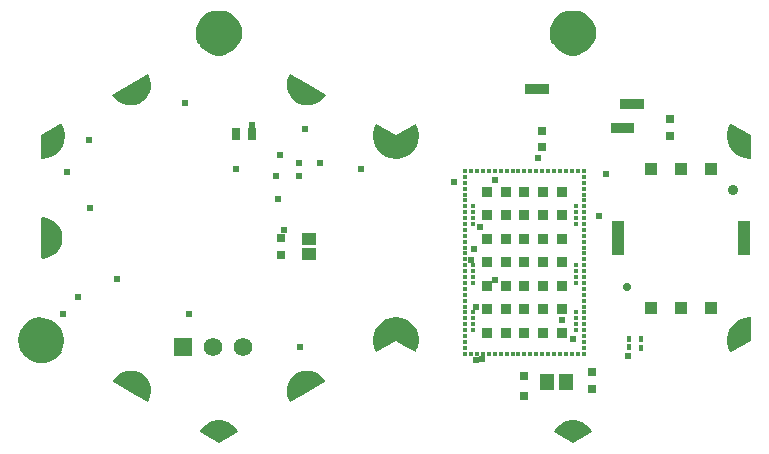
<source format=gbr>
%FSTAX23Y23*%
%MOIN*%
%SFA1B1*%

%IPPOS*%
%AMD57*
4,1,8,-0.023700,0.000000,-0.023700,0.000000,0.000000,-0.023700,0.000000,-0.023700,0.023700,0.000000,0.023700,0.000000,0.000000,0.023700,0.000000,0.023700,-0.023700,0.000000,0.0*
1,1,0.047370,0.000000,0.000000*
1,1,0.047370,0.000000,0.000000*
1,1,0.047370,0.000000,0.000000*
1,1,0.047370,0.000000,0.000000*
%
%AMD60*
4,1,8,-0.011800,0.020500,-0.011800,0.020500,-0.020500,-0.011800,-0.020500,-0.011800,0.011900,-0.020500,0.011900,-0.020500,0.020500,0.011800,0.020500,0.011800,-0.011800,0.020500,0.0*
1,1,0.047370,0.000000,0.000000*
1,1,0.047370,0.000000,0.000000*
1,1,0.047370,0.000000,0.000000*
1,1,0.047370,0.000000,0.000000*
%
%AMD61*
4,1,8,-0.011800,-0.020500,-0.011800,-0.020500,0.020500,-0.011800,0.020500,-0.011800,0.011800,0.020500,0.011800,0.020500,-0.020500,0.011800,-0.020500,0.011800,-0.011800,-0.020500,0.0*
1,1,0.047370,0.000000,0.000000*
1,1,0.047370,0.000000,0.000000*
1,1,0.047370,0.000000,0.000000*
1,1,0.047370,0.000000,0.000000*
%
%ADD10R,0.011811X0.021874*%
%ADD11R,0.012000X0.012000*%
%ADD12R,0.032000X0.032000*%
%ADD13R,0.012000X0.012000*%
%ADD14R,0.031496X0.025811*%
%ADD15R,0.049395X0.057331*%
%ADD16R,0.027559X0.027559*%
%ADD17R,0.039000X0.043000*%
%ADD20R,0.027559X0.025591*%
%ADD27R,0.039000X0.118000*%
%ADD30R,0.031496X0.031496*%
%ADD32C,0.035000*%
%ADD33C,0.028000*%
%ADD34C,0.061811*%
%ADD35R,0.061811X0.061811*%
%ADD56R,0.029134X0.038976*%
G04~CAMADD=57~8~0.0~0.0~473.7~473.7~236.9~0.0~15~0.0~0.0~0.0~0.0~0~0.0~0.0~0.0~0.0~0~0.0~0.0~0.0~90.0~474.0~473.0*
%ADD57D57*%
%ADD58R,0.045401X0.039496*%
%ADD59R,0.038709X0.037134*%
G04~CAMADD=60~8~0.0~0.0~473.7~473.7~236.9~0.0~15~0.0~0.0~0.0~0.0~0~0.0~0.0~0.0~0.0~0~0.0~0.0~0.0~30.0~474.0~473.0*
%ADD60D60*%
G04~CAMADD=61~8~0.0~0.0~473.7~473.7~236.9~0.0~15~0.0~0.0~0.0~0.0~0~0.0~0.0~0.0~0.0~0~0.0~0.0~0.0~150.0~474.0~473.0*
%ADD61D61*%
%ADD62C,0.023748*%
G36*
X00604Y00755D02*
X00619Y00749D01*
X00632Y00739*
X00643Y00728*
X00651Y00714*
X00656Y00699*
X00658Y00683*
X00657Y00667*
X00652Y00652*
X00648Y00645*
X00581Y00684*
X00645Y00647*
X00642Y00641*
X00633Y00631*
X00624Y00622*
X00612Y00615*
X006Y00611*
X00587Y00608*
X00574*
X00561Y00611*
X00549Y00615*
X00538Y00622*
X00528Y00631*
X0052Y00641*
X00516Y00647*
X00513Y00645*
X00509Y00652*
X00505Y00667*
X00503Y00683*
X00505Y00699*
X0051Y00714*
X00519Y00728*
X00529Y00739*
X00542Y00749*
X00557Y00755*
X00573Y00758*
X00589*
X00604Y00755*
G37*
G36*
X-00576D02*
X-00561Y00749D01*
X-00548Y00739*
X-00537Y00728*
X-00529Y00714*
X-00524Y00699*
X-00522Y00683*
X-00523Y00667*
X-00528Y00652*
X-00532Y00645*
X-006Y00684*
X-00535Y00647*
X-00538Y00641*
X-00547Y00631*
X-00556Y00622*
X-00568Y00615*
X-0058Y00611*
X-00593Y00608*
X-00606*
X-00619Y00611*
X-00631Y00615*
X-00643Y00622*
X-00652Y00631*
X-00661Y00641*
X-00664Y00647*
X-00667Y00645*
X-00671Y00652*
X-00676Y00667*
X-00677Y00683*
X-00675Y00699*
X-0067Y00714*
X-00662Y00728*
X-00651Y00739*
X-00638Y00749*
X-00623Y00755*
X-00607Y00758*
X-00592*
X-00576Y00755*
G37*
G36*
X-00363Y00547D02*
X-00363Y00547D01*
X-00303Y00513*
X-00244Y00478*
X-00244Y00478*
X-00244Y00478*
X-00247Y00472*
X-00256Y00462*
X-00267Y00453*
X-00279Y00447*
X-00292Y00443*
X-00306Y00442*
X-0032Y00443*
X-00333Y00448*
X-00339Y00451*
X-00345Y00455*
X-00355Y00464*
X-00363Y00475*
X-00369Y00487*
X-00373Y00501*
X-00374Y00515*
X-00371Y00528*
X-00367Y00541*
X-00363Y00547*
X-00363Y00547*
G37*
G36*
X-00833Y00541D02*
X-00828Y00528D01*
X-00826Y00515*
X-00826Y00501*
X-0083Y00487*
X-00836Y00475*
X-00844Y00464*
X-00854Y00455*
X-00866Y00448*
X-00879Y00443*
X-00893Y00442*
X-00907Y00443*
X-0092Y00447*
X-00932Y00453*
X-00943Y00462*
X-00952Y00472*
X-00955Y00478*
X-00955*
X-00836Y00547*
X-00833Y00541*
G37*
G36*
X-01124Y00381D02*
D01*
X-01124*
X-01124*
G37*
G36*
X-01121Y00375D02*
X-01116Y00362D01*
X-01113Y00348*
X-01113Y00335*
X-01115Y00321*
X-0112Y00308*
X-01127Y00296*
X-01136Y00285*
X-01146Y00277*
X-01159Y0027*
X-01172Y00265*
X-01185Y00263*
X-01192Y00264*
X-01192Y00267*
X-01192*
X-01192Y00342*
X-01128Y00379*
X-01128Y00379*
X-01124Y00381*
X-01121Y00375*
G37*
G36*
X01109Y00379D02*
X01109Y00379D01*
X01173Y00342*
X01173Y00267*
X01173Y00267*
Y00264*
X01166Y00264*
X01153Y00266*
X0114Y0027*
X01128Y00277*
X01117Y00286*
X01108Y00296*
X01101Y00308*
X01096Y00321*
X01094Y00335*
X01094Y00348*
X01097Y00362*
X01102Y00375*
X01105Y00381*
X01109Y00379*
G37*
G36*
X-00009Y00343D02*
X00056Y00381D01*
X00059Y00375*
X00064Y00362*
X00067Y00348*
X00067Y00335*
X00065Y00321*
X0006Y00308*
X00053Y00296*
X00044Y00286*
X00034Y00277*
X00022Y0027*
X00009Y00266*
X-00004Y00264*
X-00009Y00264*
X-00014Y00264*
X-00027Y00266*
X-00041Y0027*
X-00053Y00277*
X-00063Y00286*
X-00072Y00296*
X-00079Y00308*
X-00084Y00321*
X-00086Y00335*
X-00086Y00348*
X-00083Y00362*
X-00078Y00375*
X-00075Y00381*
X-00009Y00343*
G37*
G36*
X-01171Y00066D02*
X-01159Y00061D01*
X-01147Y00054*
X-01137Y00044*
X-01129Y00033*
X-01124Y0002*
X-01121Y00006*
Y-00006*
X-01124Y-0002*
X-01129Y-00033*
X-01137Y-00044*
X-01147Y-00054*
X-01159Y-00061*
X-01171Y-00066*
X-01172Y-00066*
X-01172Y-00066*
X-01185Y-00069*
X-01192Y-00068*
X-01192Y00068*
X-01192Y00068*
Y00068*
X-01185Y00069*
X-01171Y00066*
G37*
G36*
X00009Y-00266D02*
X00022Y-0027D01*
X00034Y-00277*
X00044Y-00286*
X00053Y-00296*
X0006Y-00308*
X00065Y-00321*
X00067Y-00335*
X00067Y-00348*
X00064Y-00362*
X00059Y-00375*
X00056Y-00381*
X00023Y-00362*
X-00009Y-00343*
X-00075Y-00381*
X-00078Y-00375*
X-00083Y-00362*
X-00086Y-00348*
X-00086Y-00335*
X-00084Y-00321*
X-00079Y-00308*
X-00072Y-00296*
X-00063Y-00286*
X-00053Y-00277*
X-00041Y-0027*
X-00027Y-00266*
X-00014Y-00264*
X-00009Y-00264*
X-00004Y-00264*
X00009Y-00266*
G37*
G36*
X01173Y-00264D02*
Y-00267D01*
X01173Y-00267*
X01173Y-00342*
X01109Y-00379*
X01109Y-00379*
X01105Y-00381*
X01102Y-00375*
X01097Y-00362*
X01094Y-00348*
X01094Y-00335*
X01096Y-00321*
X01101Y-00308*
X01108Y-00296*
X01117Y-00286*
X01128Y-00277*
X0114Y-0027*
X01153Y-00266*
X01166Y-00264*
X01173Y-00264*
G37*
G36*
X00056Y-00381D02*
D01*
G37*
G36*
X-01192Y-00267D02*
X-01186Y-00267D01*
X-01173Y-00269*
X-0116Y-00274*
X-01149Y-0028*
X-01139Y-00288*
X-0113Y-00298*
X-01124Y-0031*
X-01119Y-00322*
X-01117Y-00335*
X-01117Y-00348*
X-0112Y-00361*
X-01124Y-00373*
X-01128Y-00379*
X-01124Y-00381*
X-01129Y-00387*
X-0114Y-00399*
X-01153Y-00408*
X-01167Y-00414*
X-01183Y-00418*
X-01199Y-00417*
X-01215Y-00414*
X-01229Y-00407*
X-01242Y-00398*
X-01253Y-00386*
X-01261Y-00372*
X-01266Y-00357*
X-01268Y-00341*
X-01266Y-00325*
X-01261Y-0031*
X-01253Y-00296*
X-01243Y-00284*
X-0123Y-00274*
X-01216Y-00267*
X-012Y-00264*
X-01192Y-00264*
X-01192Y-00267*
G37*
G36*
X-00292Y-00443D02*
X-00279Y-00447D01*
X-00267Y-00453*
X-00256Y-00462*
X-00247Y-00472*
X-00244Y-00478*
X-00303Y-00513*
X-00363Y-00547*
X-00366Y-00541*
X-00371Y-00528*
X-00373Y-00515*
X-00373Y-00501*
X-00369Y-00487*
X-00363Y-00475*
X-00355Y-00464*
X-00345Y-00455*
X-00333Y-00448*
X-0032Y-00443*
X-00306Y-00442*
X-00292Y-00443*
G37*
G36*
X-00879Y-00443D02*
X-00866Y-00448D01*
X-0086Y-00451*
X-00854Y-00455*
X-00844Y-00464*
X-00836Y-00475*
X-0083Y-00487*
X-00826Y-00501*
X-00825Y-00515*
X-00828Y-00528*
X-00832Y-00541*
X-00836Y-00547*
X-00836Y-00547*
X-00836Y-00547*
X-00896Y-00513*
X-00955Y-00478*
X-00955Y-00478*
X-00955Y-00478*
X-00952Y-00472*
X-00943Y-00462*
X-00932Y-00453*
X-0092Y-00447*
X-00907Y-00443*
X-00893Y-00442*
X-00879Y-00443*
G37*
G36*
X006Y-00611D02*
X00612Y-00615D01*
X00624Y-00622*
X00633Y-00631*
X00642Y-00641*
X00645Y-00647*
X00581Y-00684*
X00516Y-00647*
X0052Y-00641*
X00528Y-00631*
X00538Y-00622*
X00549Y-00615*
X00561Y-00611*
X00574Y-00608*
X00587*
X006Y-00611*
G37*
G36*
X-0058D02*
X-00568Y-00615D01*
X-00556Y-00622*
X-00547Y-00631*
X-00538Y-00641*
X-00535Y-00647*
X-006Y-00684*
X-00664Y-00647*
X-00661Y-00641*
X-00652Y-00631*
X-00643Y-00622*
X-00631Y-00615*
X-00619Y-00611*
X-00606Y-00608*
X-00593*
X-0058Y-00611*
G37*
G54D10*
X00766Y-00365D03*
Y-00336D03*
X00809Y-00367D03*
Y-00338D03*
G54D11*
X00248Y-00307D03*
Y-00288D03*
Y-00268D03*
Y-00248D03*
Y-0015D03*
Y-0013D03*
Y-0011D03*
Y-00091D03*
Y00046D03*
Y00066D03*
Y00085D03*
Y00105D03*
X0059D03*
Y00085D03*
Y00066D03*
Y00046D03*
Y-00091D03*
Y-0011D03*
Y-0013D03*
Y-0015D03*
Y-00248D03*
Y-00268D03*
Y-00288D03*
Y-00307D03*
X00222Y-00366D03*
Y-00347D03*
Y-00327D03*
Y-00307D03*
Y-00288D03*
Y-00268D03*
Y-00248D03*
Y-00229D03*
Y-00209D03*
Y-00189D03*
Y-00169D03*
Y-0015D03*
Y-0013D03*
Y-0011D03*
Y-00091D03*
Y-00071D03*
Y-00051D03*
Y-00032D03*
Y-00012D03*
Y00007D03*
Y00026D03*
Y00046D03*
Y00066D03*
Y00085D03*
Y00105D03*
Y00125D03*
Y00144D03*
Y00164D03*
Y00184D03*
Y00204D03*
X00616D03*
Y00184D03*
Y00164D03*
Y00144D03*
Y00125D03*
Y00105D03*
Y00085D03*
Y00066D03*
Y00046D03*
Y00026D03*
Y00007D03*
Y-00012D03*
Y-00032D03*
Y-00051D03*
Y-00071D03*
Y-00091D03*
Y-0011D03*
Y-0013D03*
Y-0015D03*
Y-00169D03*
Y-00189D03*
Y-00209D03*
Y-00229D03*
Y-00248D03*
Y-00268D03*
Y-00288D03*
Y-00307D03*
Y-00327D03*
Y-00347D03*
Y-00366D03*
G54D12*
X00545Y00154D03*
Y00076D03*
Y-00002D03*
Y-00081D03*
Y-0016D03*
Y-00238D03*
Y-00317D03*
X00482Y00154D03*
Y00076D03*
Y-00002D03*
Y-00081D03*
Y-0016D03*
Y-00238D03*
Y-00317D03*
X00419Y00154D03*
Y00076D03*
Y-00002D03*
Y-00081D03*
Y-0016D03*
Y-00238D03*
Y-00317D03*
X00356Y00154D03*
Y00076D03*
Y-00002D03*
Y-00081D03*
Y-0016D03*
Y-00238D03*
Y-00317D03*
X00293Y00154D03*
Y00076D03*
Y-00002D03*
Y-00081D03*
Y-0016D03*
Y-00238D03*
Y-00317D03*
G54D13*
X00222Y00223D03*
X00242D03*
X00262D03*
X00281D03*
X00301D03*
X00321D03*
X0034D03*
X0036D03*
X0038D03*
X00399D03*
X00419D03*
X00439D03*
X00459D03*
X00478D03*
X00498D03*
X00518D03*
X00537D03*
X00557D03*
X00577D03*
X00596D03*
X00616D03*
Y-00386D03*
X00596D03*
X00577D03*
X00557D03*
X00537D03*
X00518D03*
X00498D03*
X00478D03*
X00459D03*
X00439D03*
X00419D03*
X00399D03*
X0038D03*
X0036D03*
X0034D03*
X00321D03*
X00301D03*
X00281D03*
X00262D03*
X00242D03*
X00222D03*
G54D14*
X00417Y-00461D03*
Y-00526D03*
G54D15*
X00494Y-0048D03*
X00559D03*
G54D16*
X00643Y-00504D03*
Y-00448D03*
X00903Y0034D03*
Y00395D03*
G54D17*
X00941Y0023D03*
X01041D03*
X00841D03*
X01041Y-00234D03*
X00841D03*
X00941D03*
G54D20*
X00479Y00303D03*
Y00356D03*
G54D27*
X0115Y-00001D03*
X00732D03*
G54D30*
X-00391Y-00057D03*
Y00001D03*
G54D32*
X01114Y00161D03*
G54D33*
X0076Y-00165D03*
G54D34*
X-00518Y-00362D03*
X-00618D03*
G54D35*
X-00718Y-00362D03*
G54D56*
X-00544Y00346D03*
X-00488D03*
G54D57*
X-00006Y00305D03*
X-006Y-0065D03*
X-00006Y-00305D03*
X00581Y0065D03*
Y-0065D03*
X-00318Y-00487D03*
X-006Y0065D03*
X-00881Y00487D03*
G54D58*
X-00298Y-00004D03*
Y-00053D03*
G54D59*
X00442Y00498D03*
X00796Y00448D03*
X00765Y00367D03*
X00726D03*
X00757Y00448D03*
X0048Y00498D03*
G54D60*
X01144Y00325D03*
X-01163Y-00325D03*
X-00881Y-00487D03*
X-00318Y00487D03*
G54D61*
X-01163Y0D03*
X01144Y-00325D03*
X-01163Y00325D03*
G54D62*
X-0103Y001D03*
X-01118Y-00253D03*
X-0107Y-00196D03*
X-00313Y00363D03*
X-00329Y-00365D03*
X-00384Y00028D03*
X-00263Y00251D03*
X-00396Y00277D03*
X00251Y-00038D03*
X0024Y-00072D03*
X00278Y-00404D03*
X00321Y-0014D03*
X-01105Y00219D03*
X-00126Y0023D03*
X-00333Y00251D03*
X0027Y00035D03*
X00669Y00072D03*
X00545Y-00274D03*
X00581Y-00337D03*
X-00409Y00208D03*
X-00333D03*
X-00402Y00131D03*
X-00939Y-00137D03*
X-01034Y00325D03*
X00259Y-0023D03*
X00764Y-00393D03*
X00256Y-00406D03*
X-00713Y0045D03*
X00692Y00213D03*
X00322Y00193D03*
X00463Y00268D03*
X00185Y00185D03*
X-00544Y00229D03*
X-00488Y00376D03*
X-00698Y-00255D03*
M02*
</source>
